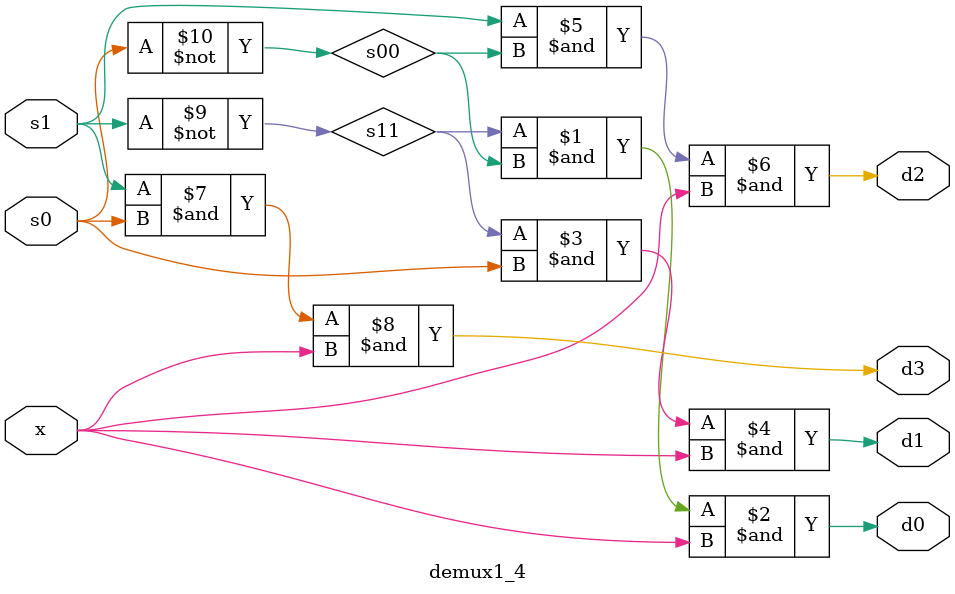
<source format=v>
module demux1_4(input x,
                input s1,
                input s0,
                output d0,
                 output d1,
                 output d2,
                 output d3
               );
  wire s11,s00;
  not not1(s11,s1);
  not not2(s00,s0);
  and and1(d0,s11,s00,x);
  and and2(d1,s11,s0,x);
  and and3(d2,s1,s00,x);
  and and4(d3,s1,s0,x);
endmodule


</source>
